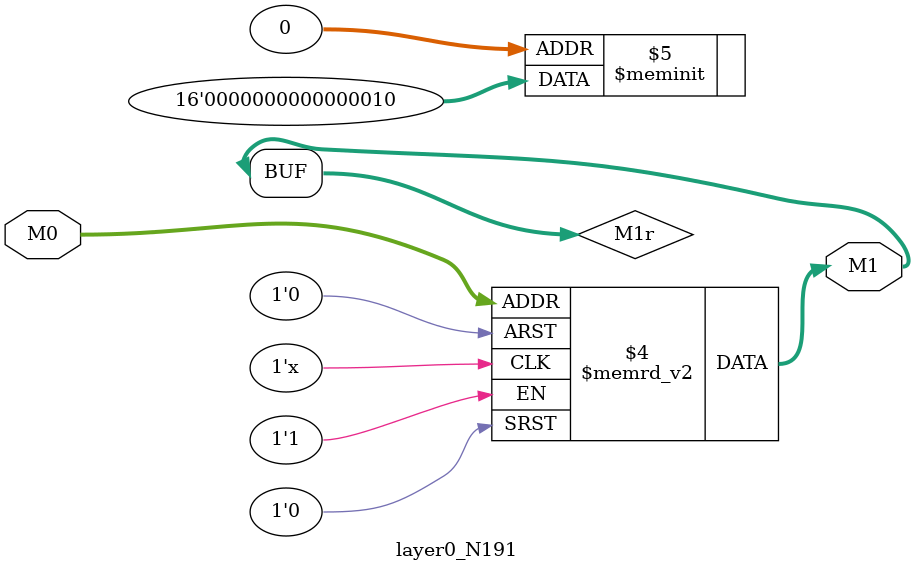
<source format=v>
module layer0_N191 ( input [2:0] M0, output [1:0] M1 );

	(*rom_style = "distributed" *) reg [1:0] M1r;
	assign M1 = M1r;
	always @ (M0) begin
		case (M0)
			3'b000: M1r = 2'b10;
			3'b100: M1r = 2'b00;
			3'b010: M1r = 2'b00;
			3'b110: M1r = 2'b00;
			3'b001: M1r = 2'b00;
			3'b101: M1r = 2'b00;
			3'b011: M1r = 2'b00;
			3'b111: M1r = 2'b00;

		endcase
	end
endmodule

</source>
